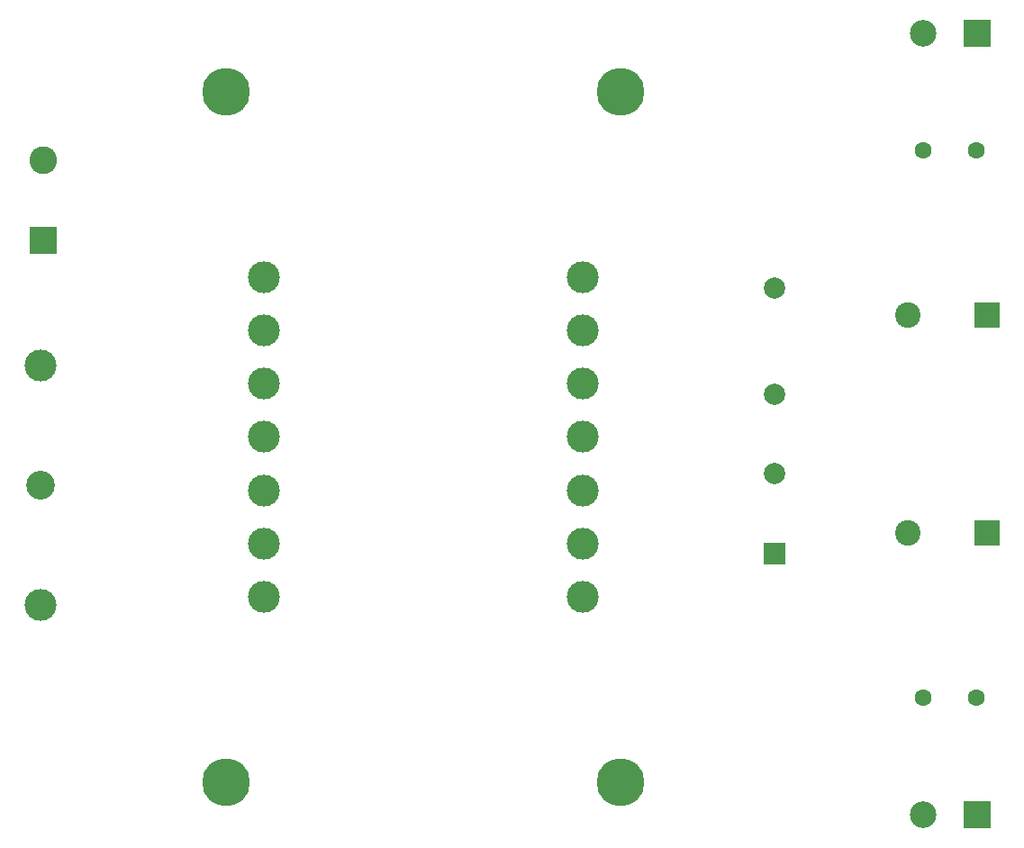
<source format=gbr>
%TF.GenerationSoftware,KiCad,Pcbnew,(6.0.2)*%
%TF.CreationDate,2022-12-31T16:06:53+03:00*%
%TF.ProjectId,mcuPower,6d637550-6f77-4657-922e-6b696361645f,rev?*%
%TF.SameCoordinates,Original*%
%TF.FileFunction,Soldermask,Top*%
%TF.FilePolarity,Negative*%
%FSLAX46Y46*%
G04 Gerber Fmt 4.6, Leading zero omitted, Abs format (unit mm)*
G04 Created by KiCad (PCBNEW (6.0.2)) date 2022-12-31 16:06:53*
%MOMM*%
%LPD*%
G01*
G04 APERTURE LIST*
%ADD10R,2.000000X2.000000*%
%ADD11C,2.000000*%
%ADD12R,2.500000X2.500000*%
%ADD13C,2.500000*%
%ADD14C,4.500000*%
%ADD15C,3.000000*%
%ADD16R,2.400000X2.400000*%
%ADD17C,2.400000*%
%ADD18C,1.600000*%
%ADD19R,2.600000X2.600000*%
%ADD20C,2.600000*%
%ADD21C,2.700000*%
G04 APERTURE END LIST*
D10*
%TO.C,D1*%
X124042500Y-107957500D03*
D11*
X124042500Y-100457500D03*
X124042500Y-92957500D03*
X124042500Y-82957500D03*
%TD*%
D12*
%TO.C,J3*%
X143045000Y-132500000D03*
D13*
X137965000Y-132500000D03*
%TD*%
D14*
%TO.C,T1*%
X109500000Y-129500000D03*
X72500000Y-129500000D03*
X109500000Y-64500000D03*
X72500000Y-64500000D03*
D15*
X76000000Y-112000000D03*
X76000000Y-107000000D03*
X76000000Y-102000000D03*
X76000000Y-97000000D03*
X76000000Y-92000000D03*
X76000000Y-87000000D03*
X76000000Y-82000000D03*
X106000000Y-82000000D03*
X106000000Y-87000000D03*
X106000000Y-92000000D03*
X106000000Y-97000000D03*
X106000000Y-102000000D03*
X106000000Y-107000000D03*
X106000000Y-112000000D03*
%TD*%
D16*
%TO.C,C2*%
X144012755Y-85500000D03*
D17*
X136512755Y-85500000D03*
%TD*%
D18*
%TO.C,C3*%
X138000000Y-70000000D03*
X143000000Y-70000000D03*
%TD*%
D12*
%TO.C,J2*%
X143080000Y-59000000D03*
D13*
X138000000Y-59000000D03*
%TD*%
D19*
%TO.C,J1*%
X55250000Y-78500000D03*
D20*
X55250000Y-71000000D03*
%TD*%
D16*
%TO.C,C1*%
X144012755Y-106000000D03*
D17*
X136512755Y-106000000D03*
%TD*%
D18*
%TO.C,C4*%
X143000000Y-121500000D03*
X138000000Y-121500000D03*
%TD*%
D21*
%TO.C,F1*%
X55000000Y-101500000D03*
D15*
X55000000Y-90250000D03*
X55000000Y-112750000D03*
%TD*%
M02*

</source>
